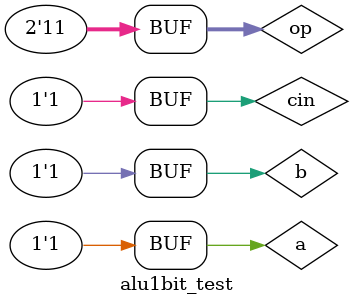
<source format=sv>
module alu1bit_test;

	parameter tpd = 10;

    logic a;
    logic b;
    logic cin;
    logic [1:0] op;

    logic s;
    logic cout;

    alu1bit alu1bit_dut(.a(a), .b(b), .cin(cin), .op(op), .s(s), .cout(cout));

    initial begin

        cin = 1'b0;
	
		// NOR
		
        op = 2'b00;

        a = 1'b0;
        b = 1'b0;
		
		#tpd;

        a = 1'b1;
        b = 1'b0;
		
		#tpd;

        a = 1'b0;
        b = 1'b1;
		
		#tpd;

        a = 1'b1;
        b = 1'b1;
		
		#tpd;

		// XOR
		
        op = 2'b01;

        a = 1'b0;
        b = 1'b0;
		
		#tpd;

        a = 1'b1;
        b = 1'b0;
		
		#tpd;

        a = 1'b0;
        b = 1'b1;
		
		#tpd;

        a = 1'b1;
        b = 1'b1;
		
		#tpd;

		// FAS
		
        op = 2'b10;

        a = 1'b0;
        b = 1'b0;
        cin = 1'b0;
		
		#tpd;

        a = 1'b1;
        b = 1'b0;
        cin = 1'b0;
		
		#tpd;

        a = 1'b0;
        b = 1'b1;
        cin = 1'b0;
		
		#tpd;

        a = 1'b0;
        b = 1'b0;
        cin = 1'b1;
		
		#tpd;

        a = 1'b1;
        b = 1'b1;
        cin = 1'b0;
		
		#tpd;

        a = 1'b0;
        b = 1'b1;
        cin = 1'b1;
		
		#tpd;

        a = 1'b1;
        b = 1'b0;
        cin = 1'b1;

		#tpd;

        a = 1'b1;
        b = 1'b1;
        cin = 1'b1;

		#tpd;

        op = 2'b11;

        a = 1'b0;
        b = 1'b0;
        cin = 1'b0;
		
		#tpd;

        a = 1'b1;
        b = 1'b0;
        cin = 1'b0;
		
		#tpd;

        a = 1'b0;
        b = 1'b1;
        cin = 1'b0;
		
		#tpd;

        a = 1'b0;
        b = 1'b0;
        cin = 1'b1;
		
		#tpd;

        a = 1'b1;
        b = 1'b1;
        cin = 1'b0;
		
		#tpd;

        a = 1'b0;
        b = 1'b1;
        cin = 1'b1;
		
		#tpd;

        a = 1'b1;
        b = 1'b0;
        cin = 1'b1;

		#tpd;

        a = 1'b1;
        b = 1'b1;
        cin = 1'b1;

    end

endmodule

</source>
